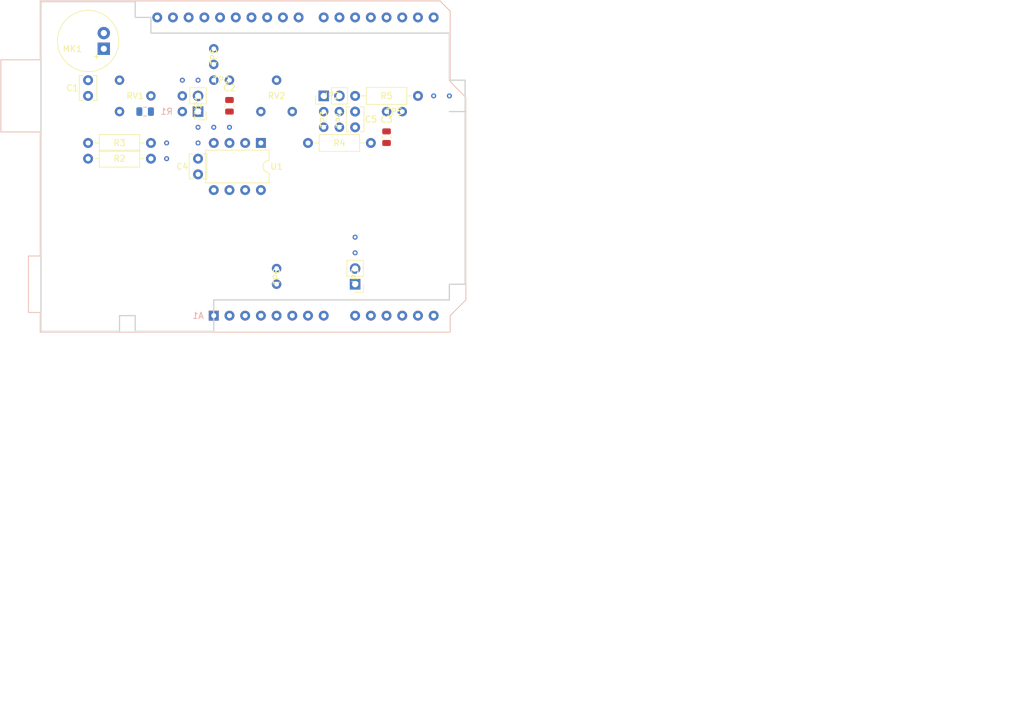
<source format=kicad_pcb>
(kicad_pcb (version 20171130) (host pcbnew "(5.1.4-0-10_14)")

  (general
    (thickness 1.6)
    (drawings 28)
    (tracks 169)
    (zones 0)
    (modules 25)
    (nets 40)
  )

  (page A4)
  (layers
    (0 F.Solder signal)
    (1 B.Solder signal)
    (2 F.Wire signal)
    (31 B.Wire signal)
    (32 B.Adhes user)
    (33 F.Adhes user)
    (34 B.Paste user)
    (35 F.Paste user)
    (36 B.SilkS user)
    (37 F.SilkS user)
    (38 B.Mask user)
    (39 F.Mask user)
    (40 Dwgs.User user)
    (41 Cmts.User user)
    (42 Eco1.User user)
    (43 Eco2.User user)
    (44 Edge.Cuts user)
    (45 Margin user)
    (46 B.CrtYd user)
    (47 F.CrtYd user)
    (48 B.Fab user hide)
    (49 F.Fab user hide)
  )

  (setup
    (last_trace_width 0.25)
    (trace_clearance 0.2)
    (zone_clearance 0.508)
    (zone_45_only no)
    (trace_min 0.2)
    (via_size 0.8)
    (via_drill 0.4)
    (via_min_size 0.4)
    (via_min_drill 0.3)
    (uvia_size 0.3)
    (uvia_drill 0.1)
    (uvias_allowed no)
    (uvia_min_size 0.2)
    (uvia_min_drill 0.1)
    (edge_width 0.15)
    (segment_width 0.2)
    (pcb_text_width 0.3)
    (pcb_text_size 1.5 1.5)
    (mod_edge_width 0.15)
    (mod_text_size 1 1)
    (mod_text_width 0.15)
    (pad_size 1.524 1.524)
    (pad_drill 0.762)
    (pad_to_mask_clearance 0.051)
    (solder_mask_min_width 0.25)
    (aux_axis_origin 0 0)
    (visible_elements FFFFFF7F)
    (pcbplotparams
      (layerselection 0x010fc_ffffffff)
      (usegerberextensions false)
      (usegerberattributes false)
      (usegerberadvancedattributes false)
      (creategerberjobfile false)
      (excludeedgelayer true)
      (linewidth 0.100000)
      (plotframeref false)
      (viasonmask false)
      (mode 1)
      (useauxorigin false)
      (hpglpennumber 1)
      (hpglpenspeed 20)
      (hpglpendiameter 15.000000)
      (psnegative false)
      (psa4output false)
      (plotreference true)
      (plotvalue true)
      (plotinvisibletext false)
      (padsonsilk false)
      (subtractmaskfromsilk false)
      (outputformat 1)
      (mirror false)
      (drillshape 1)
      (scaleselection 1)
      (outputdirectory ""))
  )

  (net 0 "")
  (net 1 "Net-(A1-Pad32)")
  (net 2 "Net-(A1-Pad31)")
  (net 3 "Net-(A1-Pad1)")
  (net 4 "Net-(A1-Pad17)")
  (net 5 "Net-(A1-Pad2)")
  (net 6 "Net-(A1-Pad18)")
  (net 7 "Net-(A1-Pad3)")
  (net 8 "Net-(A1-Pad19)")
  (net 9 "Net-(A1-Pad20)")
  (net 10 +5V)
  (net 11 "Net-(A1-Pad21)")
  (net 12 GND)
  (net 13 "Net-(A1-Pad22)")
  (net 14 "Net-(A1-Pad23)")
  (net 15 "Net-(A1-Pad8)")
  (net 16 "Net-(A1-Pad24)")
  (net 17 "Net-(A1-Pad9)")
  (net 18 "Net-(A1-Pad25)")
  (net 19 "Net-(A1-Pad10)")
  (net 20 "Net-(A1-Pad26)")
  (net 21 "Net-(A1-Pad11)")
  (net 22 "Net-(A1-Pad27)")
  (net 23 "Net-(A1-Pad12)")
  (net 24 "Net-(A1-Pad28)")
  (net 25 "Net-(A1-Pad13)")
  (net 26 "Net-(A1-Pad14)")
  (net 27 "Net-(A1-Pad30)")
  (net 28 "Net-(A1-Pad15)")
  (net 29 "Net-(A1-Pad16)")
  (net 30 "Net-(C3-Pad2)")
  (net 31 /Filtered_Audio)
  (net 32 "Net-(JP1-Pad1)")
  (net 33 "Net-(JP2-Pad2)")
  (net 34 "Net-(JP2-Pad1)")
  (net 35 "Net-(C2-Pad2)")
  (net 36 "Net-(C2-Pad1)")
  (net 37 "Net-(R4-Pad2)")
  (net 38 "Net-(A1-Pad4)")
  (net 39 "Net-(R1-Pad2)")

  (net_class Default "This is the default net class."
    (clearance 0.2)
    (trace_width 0.25)
    (via_dia 0.8)
    (via_drill 0.4)
    (uvia_dia 0.3)
    (uvia_drill 0.1)
    (add_net +5V)
    (add_net /Filtered_Audio)
    (add_net GND)
    (add_net "Net-(A1-Pad1)")
    (add_net "Net-(A1-Pad10)")
    (add_net "Net-(A1-Pad11)")
    (add_net "Net-(A1-Pad12)")
    (add_net "Net-(A1-Pad13)")
    (add_net "Net-(A1-Pad14)")
    (add_net "Net-(A1-Pad15)")
    (add_net "Net-(A1-Pad16)")
    (add_net "Net-(A1-Pad17)")
    (add_net "Net-(A1-Pad18)")
    (add_net "Net-(A1-Pad19)")
    (add_net "Net-(A1-Pad2)")
    (add_net "Net-(A1-Pad20)")
    (add_net "Net-(A1-Pad21)")
    (add_net "Net-(A1-Pad22)")
    (add_net "Net-(A1-Pad23)")
    (add_net "Net-(A1-Pad24)")
    (add_net "Net-(A1-Pad25)")
    (add_net "Net-(A1-Pad26)")
    (add_net "Net-(A1-Pad27)")
    (add_net "Net-(A1-Pad28)")
    (add_net "Net-(A1-Pad3)")
    (add_net "Net-(A1-Pad30)")
    (add_net "Net-(A1-Pad31)")
    (add_net "Net-(A1-Pad32)")
    (add_net "Net-(A1-Pad4)")
    (add_net "Net-(A1-Pad8)")
    (add_net "Net-(A1-Pad9)")
    (add_net "Net-(C2-Pad1)")
    (add_net "Net-(C2-Pad2)")
    (add_net "Net-(C3-Pad2)")
    (add_net "Net-(JP1-Pad1)")
    (add_net "Net-(JP2-Pad1)")
    (add_net "Net-(JP2-Pad2)")
    (add_net "Net-(R1-Pad2)")
    (add_net "Net-(R4-Pad2)")
  )

  (module ECE3400:Arduino_UNO_R3 (layer B.Wire) (tedit 5D8CE35F) (tstamp 5E130788)
    (at 139.7 129.54)
    (path /5D98C8A2)
    (fp_text reference A1 (at -2.54 0 -180) (layer B.SilkS)
      (effects (font (size 1 1) (thickness 0.15)) (justify mirror))
    )
    (fp_text value Arduino_UNO_R3 (at 0 -22.86) (layer B.Fab)
      (effects (font (size 1 1) (thickness 0.15)) (justify mirror))
    )
    (fp_text user %R (at 0 -20.32 -180) (layer B.Fab)
      (effects (font (size 1 1) (thickness 0.15)) (justify mirror))
    )
    (fp_line (start 38.35 2.79) (end 38.35 0) (layer B.CrtYd) (width 0.05))
    (fp_line (start 38.35 0) (end 40.89 -2.54) (layer B.CrtYd) (width 0.05))
    (fp_line (start 40.89 -2.54) (end 40.89 -35.31) (layer B.CrtYd) (width 0.05))
    (fp_line (start 40.89 -35.31) (end 38.35 -37.85) (layer B.CrtYd) (width 0.05))
    (fp_line (start 38.35 -37.85) (end 38.35 -49.28) (layer B.CrtYd) (width 0.05))
    (fp_line (start 38.35 -49.28) (end 36.58 -51.05) (layer B.CrtYd) (width 0.05))
    (fp_line (start 36.58 -51.05) (end -28.19 -51.05) (layer B.CrtYd) (width 0.05))
    (fp_line (start -28.19 -51.05) (end -28.19 -41.53) (layer B.CrtYd) (width 0.05))
    (fp_line (start -28.19 -41.53) (end -34.54 -41.53) (layer B.CrtYd) (width 0.05))
    (fp_line (start -34.54 -41.53) (end -34.54 -29.59) (layer B.CrtYd) (width 0.05))
    (fp_line (start -34.54 -29.59) (end -28.19 -29.59) (layer B.CrtYd) (width 0.05))
    (fp_line (start -28.19 -29.59) (end -28.19 -9.78) (layer B.CrtYd) (width 0.05))
    (fp_line (start -28.19 -9.78) (end -30.1 -9.78) (layer B.CrtYd) (width 0.05))
    (fp_line (start -30.1 -9.78) (end -30.1 -0.38) (layer B.CrtYd) (width 0.05))
    (fp_line (start -30.1 -0.38) (end -28.19 -0.38) (layer B.CrtYd) (width 0.05))
    (fp_line (start -28.19 -0.38) (end -28.19 2.79) (layer B.CrtYd) (width 0.05))
    (fp_line (start -28.19 2.79) (end 38.35 2.79) (layer B.CrtYd) (width 0.05))
    (fp_line (start 40.77 -35.31) (end 40.77 -2.54) (layer B.SilkS) (width 0.12))
    (fp_line (start 40.77 -2.54) (end 38.23 0) (layer B.SilkS) (width 0.12))
    (fp_line (start 38.23 0) (end 38.23 2.67) (layer B.SilkS) (width 0.12))
    (fp_line (start 38.23 2.67) (end -28.07 2.67) (layer B.SilkS) (width 0.12))
    (fp_line (start -28.07 2.67) (end -28.07 -0.51) (layer B.SilkS) (width 0.12))
    (fp_line (start -28.07 -0.51) (end -29.97 -0.51) (layer B.SilkS) (width 0.12))
    (fp_line (start -29.97 -0.51) (end -29.97 -9.65) (layer B.SilkS) (width 0.12))
    (fp_line (start -29.97 -9.65) (end -28.07 -9.65) (layer B.SilkS) (width 0.12))
    (fp_line (start -28.07 -9.65) (end -28.07 -29.72) (layer B.SilkS) (width 0.12))
    (fp_line (start -28.07 -29.72) (end -34.42 -29.72) (layer B.SilkS) (width 0.12))
    (fp_line (start -34.42 -29.72) (end -34.42 -41.4) (layer B.SilkS) (width 0.12))
    (fp_line (start -34.42 -41.4) (end -28.07 -41.4) (layer B.SilkS) (width 0.12))
    (fp_line (start -28.07 -41.4) (end -28.07 -50.93) (layer B.SilkS) (width 0.12))
    (fp_line (start -28.07 -50.93) (end 36.58 -50.93) (layer B.SilkS) (width 0.12))
    (fp_line (start 36.58 -50.93) (end 38.23 -49.28) (layer B.SilkS) (width 0.12))
    (fp_line (start 38.23 -49.28) (end 38.23 -37.85) (layer B.SilkS) (width 0.12))
    (fp_line (start 38.23 -37.85) (end 40.77 -35.31) (layer B.SilkS) (width 0.12))
    (fp_line (start -34.29 -29.84) (end -18.41 -29.84) (layer B.Fab) (width 0.1))
    (fp_line (start -18.41 -29.84) (end -18.41 -41.27) (layer B.Fab) (width 0.1))
    (fp_line (start -18.41 -41.27) (end -34.29 -41.27) (layer B.Fab) (width 0.1))
    (fp_line (start -34.29 -41.27) (end -34.29 -29.84) (layer B.Fab) (width 0.1))
    (fp_line (start -29.84 -0.64) (end -16.51 -0.64) (layer B.Fab) (width 0.1))
    (fp_line (start -16.51 -0.64) (end -16.51 -9.53) (layer B.Fab) (width 0.1))
    (fp_line (start -16.51 -9.53) (end -29.84 -9.53) (layer B.Fab) (width 0.1))
    (fp_line (start -29.84 -9.53) (end -29.84 -0.64) (layer B.Fab) (width 0.1))
    (fp_line (start 38.1 -37.85) (end 38.1 -49.28) (layer B.Fab) (width 0.1))
    (fp_line (start 40.64 -2.54) (end 40.64 -35.31) (layer B.Fab) (width 0.1))
    (fp_line (start 40.64 -35.31) (end 38.1 -37.85) (layer B.Fab) (width 0.1))
    (fp_line (start 38.1 2.54) (end 38.1 0) (layer B.Fab) (width 0.1))
    (fp_line (start 38.1 0) (end 40.64 -2.54) (layer B.Fab) (width 0.1))
    (fp_line (start 38.1 -49.28) (end 36.58 -50.8) (layer B.Fab) (width 0.1))
    (fp_line (start 36.58 -50.8) (end -27.94 -50.8) (layer B.Fab) (width 0.1))
    (fp_line (start -27.94 -50.8) (end -27.94 2.54) (layer B.Fab) (width 0.1))
    (fp_line (start -27.94 2.54) (end 38.1 2.54) (layer B.Fab) (width 0.1))
    (pad 32 thru_hole oval (at -9.14 -48.26 270) (size 1.6 1.6) (drill 0.8) (layers *.Cu *.Mask)
      (net 1 "Net-(A1-Pad32)"))
    (pad 31 thru_hole oval (at -6.6 -48.26 270) (size 1.6 1.6) (drill 0.8) (layers *.Cu *.Mask)
      (net 2 "Net-(A1-Pad31)"))
    (pad 1 thru_hole rect (at 0 0 270) (size 1.6 1.6) (drill 0.8) (layers *.Cu *.Mask)
      (net 3 "Net-(A1-Pad1)"))
    (pad 17 thru_hole oval (at 30.48 -48.26 270) (size 1.6 1.6) (drill 0.8) (layers *.Cu *.Mask)
      (net 4 "Net-(A1-Pad17)"))
    (pad 2 thru_hole oval (at 2.54 0 270) (size 1.6 1.6) (drill 0.8) (layers *.Cu *.Mask)
      (net 5 "Net-(A1-Pad2)"))
    (pad 18 thru_hole oval (at 27.94 -48.26 270) (size 1.6 1.6) (drill 0.8) (layers *.Cu *.Mask)
      (net 6 "Net-(A1-Pad18)"))
    (pad 3 thru_hole oval (at 5.08 0 270) (size 1.6 1.6) (drill 0.8) (layers *.Cu *.Mask)
      (net 7 "Net-(A1-Pad3)"))
    (pad 19 thru_hole oval (at 25.4 -48.26 270) (size 1.6 1.6) (drill 0.8) (layers *.Cu *.Mask)
      (net 8 "Net-(A1-Pad19)"))
    (pad 4 thru_hole oval (at 7.62 0 270) (size 1.6 1.6) (drill 0.8) (layers *.Cu *.Mask)
      (net 38 "Net-(A1-Pad4)"))
    (pad 20 thru_hole oval (at 22.86 -48.26 270) (size 1.6 1.6) (drill 0.8) (layers *.Cu *.Mask)
      (net 9 "Net-(A1-Pad20)"))
    (pad 5 thru_hole oval (at 10.16 0 270) (size 1.6 1.6) (drill 0.8) (layers *.Cu *.Mask)
      (net 10 +5V))
    (pad 21 thru_hole oval (at 20.32 -48.26 270) (size 1.6 1.6) (drill 0.8) (layers *.Cu *.Mask)
      (net 11 "Net-(A1-Pad21)"))
    (pad 6 thru_hole oval (at 12.7 0 270) (size 1.6 1.6) (drill 0.8) (layers *.Cu *.Mask)
      (net 12 GND))
    (pad 22 thru_hole oval (at 17.78 -48.26 270) (size 1.6 1.6) (drill 0.8) (layers *.Cu *.Mask)
      (net 13 "Net-(A1-Pad22)"))
    (pad 7 thru_hole oval (at 15.24 0 270) (size 1.6 1.6) (drill 0.8) (layers *.Cu *.Mask)
      (net 12 GND))
    (pad 23 thru_hole oval (at 13.72 -48.26 270) (size 1.6 1.6) (drill 0.8) (layers *.Cu *.Mask)
      (net 14 "Net-(A1-Pad23)"))
    (pad 8 thru_hole oval (at 17.78 0 270) (size 1.6 1.6) (drill 0.8) (layers *.Cu *.Mask)
      (net 15 "Net-(A1-Pad8)"))
    (pad 24 thru_hole oval (at 11.18 -48.26 270) (size 1.6 1.6) (drill 0.8) (layers *.Cu *.Mask)
      (net 16 "Net-(A1-Pad24)"))
    (pad 9 thru_hole oval (at 22.86 0 270) (size 1.6 1.6) (drill 0.8) (layers *.Cu *.Mask)
      (net 17 "Net-(A1-Pad9)"))
    (pad 25 thru_hole oval (at 8.64 -48.26 270) (size 1.6 1.6) (drill 0.8) (layers *.Cu *.Mask)
      (net 18 "Net-(A1-Pad25)"))
    (pad 10 thru_hole oval (at 25.4 0 270) (size 1.6 1.6) (drill 0.8) (layers *.Cu *.Mask)
      (net 19 "Net-(A1-Pad10)"))
    (pad 26 thru_hole oval (at 6.1 -48.26 270) (size 1.6 1.6) (drill 0.8) (layers *.Cu *.Mask)
      (net 20 "Net-(A1-Pad26)"))
    (pad 11 thru_hole oval (at 27.94 0 270) (size 1.6 1.6) (drill 0.8) (layers *.Cu *.Mask)
      (net 21 "Net-(A1-Pad11)"))
    (pad 27 thru_hole oval (at 3.56 -48.26 270) (size 1.6 1.6) (drill 0.8) (layers *.Cu *.Mask)
      (net 22 "Net-(A1-Pad27)"))
    (pad 12 thru_hole oval (at 30.48 0 270) (size 1.6 1.6) (drill 0.8) (layers *.Cu *.Mask)
      (net 23 "Net-(A1-Pad12)"))
    (pad 28 thru_hole oval (at 1.02 -48.26 270) (size 1.6 1.6) (drill 0.8) (layers *.Cu *.Mask)
      (net 24 "Net-(A1-Pad28)"))
    (pad 13 thru_hole oval (at 33.02 0 270) (size 1.6 1.6) (drill 0.8) (layers *.Cu *.Mask)
      (net 25 "Net-(A1-Pad13)"))
    (pad 29 thru_hole oval (at -1.52 -48.26 270) (size 1.6 1.6) (drill 0.8) (layers *.Cu *.Mask)
      (net 12 GND))
    (pad 14 thru_hole oval (at 35.56 0 270) (size 1.6 1.6) (drill 0.8) (layers *.Cu *.Mask)
      (net 26 "Net-(A1-Pad14)"))
    (pad 30 thru_hole oval (at -4.06 -48.26 270) (size 1.6 1.6) (drill 0.8) (layers *.Cu *.Mask)
      (net 27 "Net-(A1-Pad30)"))
    (pad 15 thru_hole oval (at 35.56 -48.26 270) (size 1.6 1.6) (drill 0.8) (layers *.Cu *.Mask)
      (net 28 "Net-(A1-Pad15)"))
    (pad 16 thru_hole oval (at 33.02 -48.26 270) (size 1.6 1.6) (drill 0.8) (layers *.Cu *.Mask)
      (net 29 "Net-(A1-Pad16)"))
    (model ${KISYS3DMOD}/Module.3dshapes/Arduino_UNO_R3.wrl
      (at (xyz 0 0 0))
      (scale (xyz 1 1 1))
      (rotate (xyz 0 0 0))
    )
  )

  (module ECE3400:C_Ceramic (layer F.Solder) (tedit 5D8D0682) (tstamp 5D9CAF21)
    (at 119.38 91.44 270)
    (path /5DAB8913)
    (fp_text reference C1 (at 1.27 2.54) (layer F.SilkS)
      (effects (font (size 1 1) (thickness 0.15)))
    )
    (fp_text value 0.1uF (at 1.25 2.55 270) (layer F.Fab)
      (effects (font (size 1 1) (thickness 0.15)))
    )
    (fp_line (start -0.65 -1.3) (end -0.65 1.3) (layer F.Fab) (width 0.1))
    (fp_line (start -0.65 1.3) (end 3.15 1.3) (layer F.Fab) (width 0.1))
    (fp_line (start 3.15 1.3) (end 3.15 -1.3) (layer F.Fab) (width 0.1))
    (fp_line (start 3.15 -1.3) (end -0.65 -1.3) (layer F.Fab) (width 0.1))
    (fp_line (start -0.77 -1.42) (end 3.27 -1.42) (layer F.SilkS) (width 0.12))
    (fp_line (start -0.77 1.42) (end 3.27 1.42) (layer F.SilkS) (width 0.12))
    (fp_line (start -0.77 -1.42) (end -0.77 -0.795) (layer F.SilkS) (width 0.12))
    (fp_line (start -0.77 0.795) (end -0.77 1.42) (layer F.SilkS) (width 0.12))
    (fp_line (start 3.27 -1.42) (end 3.27 -0.795) (layer F.SilkS) (width 0.12))
    (fp_line (start 3.27 0.795) (end 3.27 1.42) (layer F.SilkS) (width 0.12))
    (fp_line (start -1.05 -1.55) (end -1.05 1.55) (layer F.CrtYd) (width 0.05))
    (fp_line (start -1.05 1.55) (end 3.55 1.55) (layer F.CrtYd) (width 0.05))
    (fp_line (start 3.55 1.55) (end 3.55 -1.55) (layer F.CrtYd) (width 0.05))
    (fp_line (start 3.55 -1.55) (end -1.05 -1.55) (layer F.CrtYd) (width 0.05))
    (fp_text user %R (at 1.25 0 270) (layer F.Fab)
      (effects (font (size 0.76 0.76) (thickness 0.114)))
    )
    (pad 1 thru_hole circle (at 0 0 270) (size 1.6 1.6) (drill 0.8) (layers *.Cu *.Mask)
      (net 12 GND))
    (pad 2 thru_hole circle (at 2.54 0 270) (size 1.6 1.6) (drill 0.8) (layers *.Cu *.Mask)
      (net 10 +5V))
    (model ${KISYS3DMOD}/Capacitor_THT.3dshapes/C_Disc_D3.8mm_W2.6mm_P2.50mm.wrl
      (at (xyz 0 0 0))
      (scale (xyz 1 1 1))
      (rotate (xyz 0 0 0))
    )
  )

  (module ECE3400:C_Ceramic (layer F.Solder) (tedit 5D8D0682) (tstamp 5D9CB00E)
    (at 137.16 104.14 270)
    (path /5D846B04)
    (fp_text reference C4 (at 1.27 2.54) (layer F.SilkS)
      (effects (font (size 1 1) (thickness 0.15)))
    )
    (fp_text value 0.1uF (at 1.25 2.55 270) (layer F.Fab)
      (effects (font (size 1 1) (thickness 0.15)))
    )
    (fp_line (start -0.65 -1.3) (end -0.65 1.3) (layer F.Fab) (width 0.1))
    (fp_line (start -0.65 1.3) (end 3.15 1.3) (layer F.Fab) (width 0.1))
    (fp_line (start 3.15 1.3) (end 3.15 -1.3) (layer F.Fab) (width 0.1))
    (fp_line (start 3.15 -1.3) (end -0.65 -1.3) (layer F.Fab) (width 0.1))
    (fp_line (start -0.77 -1.42) (end 3.27 -1.42) (layer F.SilkS) (width 0.12))
    (fp_line (start -0.77 1.42) (end 3.27 1.42) (layer F.SilkS) (width 0.12))
    (fp_line (start -0.77 -1.42) (end -0.77 -0.795) (layer F.SilkS) (width 0.12))
    (fp_line (start -0.77 0.795) (end -0.77 1.42) (layer F.SilkS) (width 0.12))
    (fp_line (start 3.27 -1.42) (end 3.27 -0.795) (layer F.SilkS) (width 0.12))
    (fp_line (start 3.27 0.795) (end 3.27 1.42) (layer F.SilkS) (width 0.12))
    (fp_line (start -1.05 -1.55) (end -1.05 1.55) (layer F.CrtYd) (width 0.05))
    (fp_line (start -1.05 1.55) (end 3.55 1.55) (layer F.CrtYd) (width 0.05))
    (fp_line (start 3.55 1.55) (end 3.55 -1.55) (layer F.CrtYd) (width 0.05))
    (fp_line (start 3.55 -1.55) (end -1.05 -1.55) (layer F.CrtYd) (width 0.05))
    (fp_text user %R (at 1.25 0 270) (layer F.Fab)
      (effects (font (size 0.76 0.76) (thickness 0.114)))
    )
    (pad 1 thru_hole circle (at 0 0 270) (size 1.6 1.6) (drill 0.8) (layers *.Cu *.Mask)
      (net 12 GND))
    (pad 2 thru_hole circle (at 2.54 0 270) (size 1.6 1.6) (drill 0.8) (layers *.Cu *.Mask)
      (net 10 +5V))
    (model ${KISYS3DMOD}/Capacitor_THT.3dshapes/C_Disc_D3.8mm_W2.6mm_P2.50mm.wrl
      (at (xyz 0 0 0))
      (scale (xyz 1 1 1))
      (rotate (xyz 0 0 0))
    )
  )

  (module ECE3400:C_Ceramic (layer F.Solder) (tedit 5D8D0682) (tstamp 5D9CB023)
    (at 162.56 96.52 270)
    (path /5D84B31B)
    (fp_text reference C5 (at 1.25 -2.55) (layer F.SilkS)
      (effects (font (size 1 1) (thickness 0.15)))
    )
    (fp_text value 10nF (at 1.25 2.55 270) (layer F.Fab)
      (effects (font (size 1 1) (thickness 0.15)))
    )
    (fp_text user %R (at 1.25 0 270) (layer F.Fab)
      (effects (font (size 0.76 0.76) (thickness 0.114)))
    )
    (fp_line (start 3.55 -1.55) (end -1.05 -1.55) (layer F.CrtYd) (width 0.05))
    (fp_line (start 3.55 1.55) (end 3.55 -1.55) (layer F.CrtYd) (width 0.05))
    (fp_line (start -1.05 1.55) (end 3.55 1.55) (layer F.CrtYd) (width 0.05))
    (fp_line (start -1.05 -1.55) (end -1.05 1.55) (layer F.CrtYd) (width 0.05))
    (fp_line (start 3.27 0.795) (end 3.27 1.42) (layer F.SilkS) (width 0.12))
    (fp_line (start 3.27 -1.42) (end 3.27 -0.795) (layer F.SilkS) (width 0.12))
    (fp_line (start -0.77 0.795) (end -0.77 1.42) (layer F.SilkS) (width 0.12))
    (fp_line (start -0.77 -1.42) (end -0.77 -0.795) (layer F.SilkS) (width 0.12))
    (fp_line (start -0.77 1.42) (end 3.27 1.42) (layer F.SilkS) (width 0.12))
    (fp_line (start -0.77 -1.42) (end 3.27 -1.42) (layer F.SilkS) (width 0.12))
    (fp_line (start 3.15 -1.3) (end -0.65 -1.3) (layer F.Fab) (width 0.1))
    (fp_line (start 3.15 1.3) (end 3.15 -1.3) (layer F.Fab) (width 0.1))
    (fp_line (start -0.65 1.3) (end 3.15 1.3) (layer F.Fab) (width 0.1))
    (fp_line (start -0.65 -1.3) (end -0.65 1.3) (layer F.Fab) (width 0.1))
    (pad 2 thru_hole circle (at 2.54 0 270) (size 1.6 1.6) (drill 0.8) (layers *.Cu *.Mask)
      (net 12 GND))
    (pad 1 thru_hole circle (at 0 0 270) (size 1.6 1.6) (drill 0.8) (layers *.Cu *.Mask)
      (net 31 /Filtered_Audio))
    (model ${KISYS3DMOD}/Capacitor_THT.3dshapes/C_Disc_D3.8mm_W2.6mm_P2.50mm.wrl
      (at (xyz 0 0 0))
      (scale (xyz 1 1 1))
      (rotate (xyz 0 0 0))
    )
  )

  (module ECE3400:Jumper (layer F.Solder) (tedit 5D88F95F) (tstamp 5D9CB039)
    (at 137.16 96.52 180)
    (path /5DABF1C0)
    (fp_text reference JP1 (at 0 1.27 270) (layer F.SilkS)
      (effects (font (size 1 1) (thickness 0.15)))
    )
    (fp_text value Jumper (at 0 4.87 180) (layer F.Fab)
      (effects (font (size 1 1) (thickness 0.15)))
    )
    (fp_line (start -0.635 -1.27) (end 1.27 -1.27) (layer F.Fab) (width 0.1))
    (fp_line (start 1.27 -1.27) (end 1.27 3.81) (layer F.Fab) (width 0.1))
    (fp_line (start 1.27 3.81) (end -1.27 3.81) (layer F.Fab) (width 0.1))
    (fp_line (start -1.27 3.81) (end -1.27 -0.635) (layer F.Fab) (width 0.1))
    (fp_line (start -1.27 -0.635) (end -0.635 -1.27) (layer F.Fab) (width 0.1))
    (fp_line (start -1.33 3.87) (end 1.33 3.87) (layer F.SilkS) (width 0.12))
    (fp_line (start -1.33 1.27) (end -1.33 3.87) (layer F.SilkS) (width 0.12))
    (fp_line (start 1.33 1.27) (end 1.33 3.87) (layer F.SilkS) (width 0.12))
    (fp_line (start -1.33 1.27) (end 1.33 1.27) (layer F.SilkS) (width 0.12))
    (fp_line (start -1.33 0) (end -1.33 -1.33) (layer F.SilkS) (width 0.12))
    (fp_line (start -1.33 -1.33) (end 0 -1.33) (layer F.SilkS) (width 0.12))
    (fp_line (start -1.8 -1.8) (end -1.8 4.35) (layer F.CrtYd) (width 0.05))
    (fp_line (start -1.8 4.35) (end 1.8 4.35) (layer F.CrtYd) (width 0.05))
    (fp_line (start 1.8 4.35) (end 1.8 -1.8) (layer F.CrtYd) (width 0.05))
    (fp_line (start 1.8 -1.8) (end -1.8 -1.8) (layer F.CrtYd) (width 0.05))
    (fp_text user %R (at 0 1.27 270) (layer F.Fab)
      (effects (font (size 1 1) (thickness 0.15)))
    )
    (pad 1 thru_hole rect (at 0 0 180) (size 1.7 1.7) (drill 1) (layers *.Cu *.Mask)
      (net 32 "Net-(JP1-Pad1)"))
    (pad 2 thru_hole oval (at 0 2.54 180) (size 1.7 1.7) (drill 1) (layers *.Cu *.Mask)
      (net 36 "Net-(C2-Pad1)"))
    (model ${KISYS3DMOD}/Connector_PinHeader_2.54mm.3dshapes/PinHeader_1x02_P2.54mm_Vertical.wrl
      (at (xyz 0 0 0))
      (scale (xyz 1 1 1))
      (rotate (xyz 0 0 0))
    )
  )

  (module ECE3400:Jumper (layer F.Solder) (tedit 5D88F95F) (tstamp 5D9CB04F)
    (at 157.48 93.98 90)
    (path /5DAD1557)
    (fp_text reference JP2 (at 0 1.27 180) (layer F.SilkS)
      (effects (font (size 1 1) (thickness 0.15)))
    )
    (fp_text value Jumper (at 0 4.87 90) (layer F.Fab)
      (effects (font (size 1 1) (thickness 0.15)))
    )
    (fp_text user %R (at 0 1.27 180) (layer F.Fab)
      (effects (font (size 1 1) (thickness 0.15)))
    )
    (fp_line (start 1.8 -1.8) (end -1.8 -1.8) (layer F.CrtYd) (width 0.05))
    (fp_line (start 1.8 4.35) (end 1.8 -1.8) (layer F.CrtYd) (width 0.05))
    (fp_line (start -1.8 4.35) (end 1.8 4.35) (layer F.CrtYd) (width 0.05))
    (fp_line (start -1.8 -1.8) (end -1.8 4.35) (layer F.CrtYd) (width 0.05))
    (fp_line (start -1.33 -1.33) (end 0 -1.33) (layer F.SilkS) (width 0.12))
    (fp_line (start -1.33 0) (end -1.33 -1.33) (layer F.SilkS) (width 0.12))
    (fp_line (start -1.33 1.27) (end 1.33 1.27) (layer F.SilkS) (width 0.12))
    (fp_line (start 1.33 1.27) (end 1.33 3.87) (layer F.SilkS) (width 0.12))
    (fp_line (start -1.33 1.27) (end -1.33 3.87) (layer F.SilkS) (width 0.12))
    (fp_line (start -1.33 3.87) (end 1.33 3.87) (layer F.SilkS) (width 0.12))
    (fp_line (start -1.27 -0.635) (end -0.635 -1.27) (layer F.Fab) (width 0.1))
    (fp_line (start -1.27 3.81) (end -1.27 -0.635) (layer F.Fab) (width 0.1))
    (fp_line (start 1.27 3.81) (end -1.27 3.81) (layer F.Fab) (width 0.1))
    (fp_line (start 1.27 -1.27) (end 1.27 3.81) (layer F.Fab) (width 0.1))
    (fp_line (start -0.635 -1.27) (end 1.27 -1.27) (layer F.Fab) (width 0.1))
    (pad 2 thru_hole oval (at 0 2.54 90) (size 1.7 1.7) (drill 1) (layers *.Cu *.Mask)
      (net 33 "Net-(JP2-Pad2)"))
    (pad 1 thru_hole rect (at 0 0 90) (size 1.7 1.7) (drill 1) (layers *.Cu *.Mask)
      (net 34 "Net-(JP2-Pad1)"))
    (model ${KISYS3DMOD}/Connector_PinHeader_2.54mm.3dshapes/PinHeader_1x02_P2.54mm_Vertical.wrl
      (at (xyz 0 0 0))
      (scale (xyz 1 1 1))
      (rotate (xyz 0 0 0))
    )
  )

  (module ECE3400:Jumper (layer F.Solder) (tedit 5D88F95F) (tstamp 5D9CB065)
    (at 162.56 124.46 180)
    (path /5DADC697)
    (fp_text reference JP3 (at 0 1.27 270) (layer F.SilkS)
      (effects (font (size 1 1) (thickness 0.15)))
    )
    (fp_text value Jumper (at 0 4.87 180) (layer F.Fab)
      (effects (font (size 1 1) (thickness 0.15)))
    )
    (fp_line (start -0.635 -1.27) (end 1.27 -1.27) (layer F.Fab) (width 0.1))
    (fp_line (start 1.27 -1.27) (end 1.27 3.81) (layer F.Fab) (width 0.1))
    (fp_line (start 1.27 3.81) (end -1.27 3.81) (layer F.Fab) (width 0.1))
    (fp_line (start -1.27 3.81) (end -1.27 -0.635) (layer F.Fab) (width 0.1))
    (fp_line (start -1.27 -0.635) (end -0.635 -1.27) (layer F.Fab) (width 0.1))
    (fp_line (start -1.33 3.87) (end 1.33 3.87) (layer F.SilkS) (width 0.12))
    (fp_line (start -1.33 1.27) (end -1.33 3.87) (layer F.SilkS) (width 0.12))
    (fp_line (start 1.33 1.27) (end 1.33 3.87) (layer F.SilkS) (width 0.12))
    (fp_line (start -1.33 1.27) (end 1.33 1.27) (layer F.SilkS) (width 0.12))
    (fp_line (start -1.33 0) (end -1.33 -1.33) (layer F.SilkS) (width 0.12))
    (fp_line (start -1.33 -1.33) (end 0 -1.33) (layer F.SilkS) (width 0.12))
    (fp_line (start -1.8 -1.8) (end -1.8 4.35) (layer F.CrtYd) (width 0.05))
    (fp_line (start -1.8 4.35) (end 1.8 4.35) (layer F.CrtYd) (width 0.05))
    (fp_line (start 1.8 4.35) (end 1.8 -1.8) (layer F.CrtYd) (width 0.05))
    (fp_line (start 1.8 -1.8) (end -1.8 -1.8) (layer F.CrtYd) (width 0.05))
    (fp_text user %R (at 0 1.27 270) (layer F.Fab)
      (effects (font (size 1 1) (thickness 0.15)))
    )
    (pad 1 thru_hole rect (at 0 0 180) (size 1.7 1.7) (drill 1) (layers *.Cu *.Mask)
      (net 17 "Net-(A1-Pad9)"))
    (pad 2 thru_hole oval (at 0 2.54 180) (size 1.7 1.7) (drill 1) (layers *.Cu *.Mask)
      (net 31 /Filtered_Audio))
    (model ${KISYS3DMOD}/Connector_PinHeader_2.54mm.3dshapes/PinHeader_1x02_P2.54mm_Vertical.wrl
      (at (xyz 0 0 0))
      (scale (xyz 1 1 1))
      (rotate (xyz 0 0 0))
    )
  )

  (module ECE3400:Trimmer (layer F.Solder) (tedit 5D8905F8) (tstamp 5D9CB0C1)
    (at 124.46 93.98)
    (path /5D9CB051)
    (fp_text reference RV1 (at 2.54 0) (layer F.SilkS)
      (effects (font (size 1 1) (thickness 0.15)))
    )
    (fp_text value 10k (at 1.016 0) (layer F.Fab)
      (effects (font (size 1 1) (thickness 0.15)))
    )
    (fp_line (start 7.62 -5.08) (end -2.54 -5.08) (layer F.CrtYd) (width 0.15))
    (fp_line (start 7.62 5.08) (end 7.62 -5.08) (layer F.CrtYd) (width 0.15))
    (fp_line (start -2.54 5.08) (end 7.62 5.08) (layer F.CrtYd) (width 0.15))
    (fp_line (start -2.54 -5.08) (end -2.54 5.08) (layer F.CrtYd) (width 0.15))
    (pad 2 thru_hole circle (at 5.08 0) (size 1.524 1.524) (drill 0.762) (layers *.Cu *.Mask)
      (net 32 "Net-(JP1-Pad1)"))
    (pad 3 thru_hole circle (at 0 2.54) (size 1.524 1.524) (drill 0.762) (layers *.Cu *.Mask)
      (net 39 "Net-(R1-Pad2)"))
    (pad 1 thru_hole circle (at 0 -2.54) (size 1.524 1.524) (drill 0.762) (layers *.Cu *.Mask)
      (net 32 "Net-(JP1-Pad1)"))
  )

  (module ECE3400:Trimmer (layer F.Solder) (tedit 5D8905F8) (tstamp 5D952A77)
    (at 149.86 96.52 90)
    (path /5D840D1B)
    (fp_text reference RV2 (at 2.54 0 180) (layer F.SilkS)
      (effects (font (size 1 1) (thickness 0.15)))
    )
    (fp_text value 100k (at 1.016 0 90) (layer F.Fab)
      (effects (font (size 1 1) (thickness 0.15)))
    )
    (fp_line (start 7.62 -5.08) (end -2.54 -5.08) (layer F.CrtYd) (width 0.15))
    (fp_line (start 7.62 5.08) (end 7.62 -5.08) (layer F.CrtYd) (width 0.15))
    (fp_line (start -2.54 5.08) (end 7.62 5.08) (layer F.CrtYd) (width 0.15))
    (fp_line (start -2.54 -5.08) (end -2.54 5.08) (layer F.CrtYd) (width 0.15))
    (pad 2 thru_hole circle (at 5.08 0 90) (size 1.524 1.524) (drill 0.762) (layers *.Cu *.Mask)
      (net 37 "Net-(R4-Pad2)"))
    (pad 3 thru_hole circle (at 0 2.54 90) (size 1.524 1.524) (drill 0.762) (layers *.Cu *.Mask)
      (net 34 "Net-(JP2-Pad1)"))
    (pad 1 thru_hole circle (at 0 -2.54 90) (size 1.524 1.524) (drill 0.762) (layers *.Cu *.Mask)
      (net 37 "Net-(R4-Pad2)"))
  )

  (module ECE3400:Test_Point (layer F.Solder) (tedit 5D890682) (tstamp 5D9CB0D3)
    (at 134.62 96.52 90)
    (path /5DABEA04)
    (fp_text reference TP1 (at 0 2.54 90) (layer F.SilkS)
      (effects (font (size 1 1) (thickness 0.15)))
    )
    (fp_text value Test_Point (at 0 -2.54 90) (layer F.Fab)
      (effects (font (size 1 1) (thickness 0.15)))
    )
    (fp_line (start 0 0) (end 2.54 0) (layer F.CrtYd) (width 1.27))
    (pad 1 thru_hole circle (at 0 0 90) (size 1.524 1.524) (drill 0.762) (layers *.Cu *.Mask)
      (net 32 "Net-(JP1-Pad1)"))
    (pad 1 thru_hole circle (at 2.54 0 90) (size 1.524 1.524) (drill 0.762) (layers *.Cu *.Mask)
      (net 32 "Net-(JP1-Pad1)"))
  )

  (module ECE3400:Test_Point (layer F.Solder) (tedit 5D890682) (tstamp 5D9CB0DA)
    (at 139.7 91.44)
    (path /5DAC3875)
    (fp_text reference TP2 (at 1.27 0) (layer F.SilkS)
      (effects (font (size 1 1) (thickness 0.15)))
    )
    (fp_text value Test_Point (at 0 -2.54) (layer F.Fab)
      (effects (font (size 1 1) (thickness 0.15)))
    )
    (fp_line (start 0 0) (end 2.54 0) (layer F.CrtYd) (width 1.27))
    (pad 1 thru_hole circle (at 2.54 0) (size 1.524 1.524) (drill 0.762) (layers *.Cu *.Mask)
      (net 36 "Net-(C2-Pad1)"))
    (pad 1 thru_hole circle (at 0 0) (size 1.524 1.524) (drill 0.762) (layers *.Cu *.Mask)
      (net 36 "Net-(C2-Pad1)"))
  )

  (module ECE3400:Test_Point (layer F.Solder) (tedit 5D890682) (tstamp 5D9CB0E1)
    (at 157.48 99.06 90)
    (path /5DAD1A34)
    (fp_text reference TP3 (at 1.27 0 90) (layer F.SilkS)
      (effects (font (size 1 1) (thickness 0.15)))
    )
    (fp_text value Test_Point (at 0 -2.54 90) (layer F.Fab)
      (effects (font (size 1 1) (thickness 0.15)))
    )
    (fp_line (start 0 0) (end 2.54 0) (layer F.CrtYd) (width 1.27))
    (pad 1 thru_hole circle (at 2.54 0 90) (size 1.524 1.524) (drill 0.762) (layers *.Cu *.Mask)
      (net 34 "Net-(JP2-Pad1)"))
    (pad 1 thru_hole circle (at 0 0 90) (size 1.524 1.524) (drill 0.762) (layers *.Cu *.Mask)
      (net 34 "Net-(JP2-Pad1)"))
  )

  (module ECE3400:Test_Point (layer F.Solder) (tedit 5D890682) (tstamp 5D9CB0E8)
    (at 160.02 99.06 90)
    (path /5DAD5C1E)
    (fp_text reference TP4 (at 1.27 0 90) (layer F.SilkS)
      (effects (font (size 1 1) (thickness 0.15)))
    )
    (fp_text value Test_Point (at 0 -2.54 90) (layer F.Fab)
      (effects (font (size 1 1) (thickness 0.15)))
    )
    (fp_line (start 0 0) (end 2.54 0) (layer F.CrtYd) (width 1.27))
    (pad 1 thru_hole circle (at 0 0 90) (size 1.524 1.524) (drill 0.762) (layers *.Cu *.Mask)
      (net 33 "Net-(JP2-Pad2)"))
    (pad 1 thru_hole circle (at 2.54 0 90) (size 1.524 1.524) (drill 0.762) (layers *.Cu *.Mask)
      (net 33 "Net-(JP2-Pad2)"))
  )

  (module ECE3400:Test_Point (layer F.Solder) (tedit 5D890682) (tstamp 5D9CB0EF)
    (at 170.18 96.52 180)
    (path /5DAD8964)
    (fp_text reference TP5 (at 1.27 0 180) (layer F.SilkS)
      (effects (font (size 1 1) (thickness 0.15)))
    )
    (fp_text value Test_Point (at 0 -2.54 180) (layer F.Fab)
      (effects (font (size 1 1) (thickness 0.15)))
    )
    (fp_line (start 0 0) (end 2.54 0) (layer F.CrtYd) (width 1.27))
    (pad 1 thru_hole circle (at 2.54 0 180) (size 1.524 1.524) (drill 0.762) (layers *.Cu *.Mask)
      (net 31 /Filtered_Audio))
    (pad 1 thru_hole circle (at 0 0 180) (size 1.524 1.524) (drill 0.762) (layers *.Cu *.Mask)
      (net 31 /Filtered_Audio))
  )

  (module ECE3400:Test_Point (layer F.Solder) (tedit 5D890682) (tstamp 5D9CB0F6)
    (at 139.7 88.9 90)
    (path /5DACAFFA)
    (fp_text reference TP6 (at 1.27 0 90) (layer F.SilkS)
      (effects (font (size 1 1) (thickness 0.15)))
    )
    (fp_text value Test_Point (at 0 -2.54 90) (layer F.Fab)
      (effects (font (size 1 1) (thickness 0.15)))
    )
    (fp_line (start 0 0) (end 2.54 0) (layer F.CrtYd) (width 1.27))
    (pad 1 thru_hole circle (at 0 0 90) (size 1.524 1.524) (drill 0.762) (layers *.Cu *.Mask)
      (net 12 GND))
    (pad 1 thru_hole circle (at 2.54 0 90) (size 1.524 1.524) (drill 0.762) (layers *.Cu *.Mask)
      (net 12 GND))
  )

  (module ECE3400:Test_Point (layer F.Solder) (tedit 5D890682) (tstamp 5D9CB104)
    (at 149.86 124.46 90)
    (path /5DAC6005)
    (fp_text reference TP8 (at 1.27 0 90) (layer F.SilkS)
      (effects (font (size 1 1) (thickness 0.15)))
    )
    (fp_text value Test_Point (at 0 -2.54 90) (layer F.Fab)
      (effects (font (size 1 1) (thickness 0.15)))
    )
    (fp_line (start 0 0) (end 2.54 0) (layer F.CrtYd) (width 1.27))
    (pad 1 thru_hole circle (at 0 0 90) (size 1.524 1.524) (drill 0.762) (layers *.Cu *.Mask)
      (net 10 +5V))
    (pad 1 thru_hole circle (at 2.54 0 90) (size 1.524 1.524) (drill 0.762) (layers *.Cu *.Mask)
      (net 10 +5V))
  )

  (module ECE3400:DIP-8 (layer F.Solder) (tedit 5D8902A5) (tstamp 5D9CB120)
    (at 147.32 101.6 270)
    (path /5D979DAF)
    (fp_text reference U1 (at 3.81 -2.54) (layer F.SilkS)
      (effects (font (size 1 1) (thickness 0.15)))
    )
    (fp_text value LM6132 (at 3.81 9.95 270) (layer F.Fab)
      (effects (font (size 1 1) (thickness 0.15)))
    )
    (fp_arc (start 3.81 -1.33) (end 2.81 -1.33) (angle -180) (layer F.SilkS) (width 0.12))
    (fp_line (start 1.635 -1.27) (end 6.985 -1.27) (layer F.Fab) (width 0.1))
    (fp_line (start 6.985 -1.27) (end 6.985 8.89) (layer F.Fab) (width 0.1))
    (fp_line (start 6.985 8.89) (end 0.635 8.89) (layer F.Fab) (width 0.1))
    (fp_line (start 0.635 8.89) (end 0.635 -0.27) (layer F.Fab) (width 0.1))
    (fp_line (start 0.635 -0.27) (end 1.635 -1.27) (layer F.Fab) (width 0.1))
    (fp_line (start 2.81 -1.33) (end 1.16 -1.33) (layer F.SilkS) (width 0.12))
    (fp_line (start 1.16 -1.33) (end 1.16 8.95) (layer F.SilkS) (width 0.12))
    (fp_line (start 1.16 8.95) (end 6.46 8.95) (layer F.SilkS) (width 0.12))
    (fp_line (start 6.46 8.95) (end 6.46 -1.33) (layer F.SilkS) (width 0.12))
    (fp_line (start 6.46 -1.33) (end 4.81 -1.33) (layer F.SilkS) (width 0.12))
    (fp_line (start -1.1 -1.55) (end -1.1 9.15) (layer F.CrtYd) (width 0.05))
    (fp_line (start -1.1 9.15) (end 8.7 9.15) (layer F.CrtYd) (width 0.05))
    (fp_line (start 8.7 9.15) (end 8.7 -1.55) (layer F.CrtYd) (width 0.05))
    (fp_line (start 8.7 -1.55) (end -1.1 -1.55) (layer F.CrtYd) (width 0.05))
    (fp_text user %R (at 3.81 3.81 270) (layer F.Fab)
      (effects (font (size 1 1) (thickness 0.15)))
    )
    (pad 1 thru_hole rect (at 0 0 270) (size 1.6 1.6) (drill 0.8) (layers *.Cu *.Mask)
      (net 34 "Net-(JP2-Pad1)"))
    (pad 5 thru_hole oval (at 7.62 7.62 270) (size 1.6 1.6) (drill 0.8) (layers *.Cu *.Mask))
    (pad 2 thru_hole oval (at 0 2.54 270) (size 1.6 1.6) (drill 0.8) (layers *.Cu *.Mask)
      (net 37 "Net-(R4-Pad2)"))
    (pad 6 thru_hole oval (at 7.62 5.08 270) (size 1.6 1.6) (drill 0.8) (layers *.Cu *.Mask))
    (pad 3 thru_hole oval (at 0 5.08 270) (size 1.6 1.6) (drill 0.8) (layers *.Cu *.Mask)
      (net 35 "Net-(C2-Pad2)"))
    (pad 7 thru_hole oval (at 7.62 2.54 270) (size 1.6 1.6) (drill 0.8) (layers *.Cu *.Mask))
    (pad 4 thru_hole oval (at 0 7.62 270) (size 1.6 1.6) (drill 0.8) (layers *.Cu *.Mask)
      (net 12 GND))
    (pad 8 thru_hole oval (at 7.62 0 270) (size 1.6 1.6) (drill 0.8) (layers *.Cu *.Mask)
      (net 10 +5V))
    (model ${KISYS3DMOD}/Package_DIP.3dshapes/DIP-8_W7.62mm.wrl
      (at (xyz 0 0 0))
      (scale (xyz 1 1 1))
      (rotate (xyz 0 0 0))
    )
  )

  (module ECE3400:C_0805 (layer F.Solder) (tedit 5D967D53) (tstamp 5DC39C1C)
    (at 142.24 95.5825 270)
    (path /5D99996D)
    (attr smd)
    (fp_text reference C2 (at -2.8725 0) (layer F.SilkS)
      (effects (font (size 1 1) (thickness 0.15)))
    )
    (fp_text value 10uF (at 0 1.65 270) (layer F.Fab)
      (effects (font (size 1 1) (thickness 0.15)))
    )
    (fp_text user %R (at 0 0 270) (layer F.Fab)
      (effects (font (size 0.5 0.5) (thickness 0.08)))
    )
    (fp_line (start 1.68 0.95) (end -1.68 0.95) (layer F.CrtYd) (width 0.05))
    (fp_line (start 1.68 -0.95) (end 1.68 0.95) (layer F.CrtYd) (width 0.05))
    (fp_line (start -1.68 -0.95) (end 1.68 -0.95) (layer F.CrtYd) (width 0.05))
    (fp_line (start -1.68 0.95) (end -1.68 -0.95) (layer F.CrtYd) (width 0.05))
    (fp_line (start -0.258578 0.71) (end 0.258578 0.71) (layer F.SilkS) (width 0.12))
    (fp_line (start -0.258578 -0.71) (end 0.258578 -0.71) (layer F.SilkS) (width 0.12))
    (fp_line (start 1 0.6) (end -1 0.6) (layer F.Fab) (width 0.1))
    (fp_line (start 1 -0.6) (end 1 0.6) (layer F.Fab) (width 0.1))
    (fp_line (start -1 -0.6) (end 1 -0.6) (layer F.Fab) (width 0.1))
    (fp_line (start -1 0.6) (end -1 -0.6) (layer F.Fab) (width 0.1))
    (pad 2 smd roundrect (at 0.9375 0 270) (size 0.975 1.4) (layers F.Solder F.Paste F.Mask) (roundrect_rratio 0.25)
      (net 35 "Net-(C2-Pad2)"))
    (pad 1 smd roundrect (at -0.9375 0 270) (size 0.975 1.4) (layers F.Solder F.Paste F.Mask) (roundrect_rratio 0.25)
      (net 36 "Net-(C2-Pad1)"))
    (model ${KISYS3DMOD}/Capacitor_SMD.3dshapes/C_0805_2012Metric.wrl
      (at (xyz 0 0 0))
      (scale (xyz 1 1 1))
      (rotate (xyz 0 0 0))
    )
  )

  (module ECE3400:C_0805 (layer F.Solder) (tedit 5D967D53) (tstamp 5DE3B508)
    (at 167.64 100.6625 270)
    (path /5D98FCFC)
    (attr smd)
    (fp_text reference C3 (at -2.8725 0) (layer F.SilkS)
      (effects (font (size 1 1) (thickness 0.15)))
    )
    (fp_text value 10uF (at 0 1.65 270) (layer F.Fab)
      (effects (font (size 1 1) (thickness 0.15)))
    )
    (fp_line (start -1 0.6) (end -1 -0.6) (layer F.Fab) (width 0.1))
    (fp_line (start -1 -0.6) (end 1 -0.6) (layer F.Fab) (width 0.1))
    (fp_line (start 1 -0.6) (end 1 0.6) (layer F.Fab) (width 0.1))
    (fp_line (start 1 0.6) (end -1 0.6) (layer F.Fab) (width 0.1))
    (fp_line (start -0.258578 -0.71) (end 0.258578 -0.71) (layer F.SilkS) (width 0.12))
    (fp_line (start -0.258578 0.71) (end 0.258578 0.71) (layer F.SilkS) (width 0.12))
    (fp_line (start -1.68 0.95) (end -1.68 -0.95) (layer F.CrtYd) (width 0.05))
    (fp_line (start -1.68 -0.95) (end 1.68 -0.95) (layer F.CrtYd) (width 0.05))
    (fp_line (start 1.68 -0.95) (end 1.68 0.95) (layer F.CrtYd) (width 0.05))
    (fp_line (start 1.68 0.95) (end -1.68 0.95) (layer F.CrtYd) (width 0.05))
    (fp_text user %R (at 0 0 270) (layer F.Fab)
      (effects (font (size 0.5 0.5) (thickness 0.08)))
    )
    (pad 1 smd roundrect (at -0.9375 0 270) (size 0.975 1.4) (layers F.Solder F.Paste F.Mask) (roundrect_rratio 0.25)
      (net 12 GND))
    (pad 2 smd roundrect (at 0.9375 0 270) (size 0.975 1.4) (layers F.Solder F.Paste F.Mask) (roundrect_rratio 0.25)
      (net 30 "Net-(C3-Pad2)"))
    (model ${KISYS3DMOD}/Capacitor_SMD.3dshapes/C_0805_2012Metric.wrl
      (at (xyz 0 0 0))
      (scale (xyz 1 1 1))
      (rotate (xyz 0 0 0))
    )
  )

  (module ECE3400:Resistor_THT (layer F.Solder) (tedit 5D854DED) (tstamp 5DE3B52E)
    (at 129.54 101.6 180)
    (descr "Resistor, Axial_DIN0207 series, Axial, Horizontal, pin pitch=10.16mm, 0.25W = 1/4W, length*diameter=6.3*2.5mm^2, http://cdn-reichelt.de/documents/datenblatt/B400/1_4W%23YAG.pdf")
    (tags "Resistor Axial_DIN0207 series Axial Horizontal pin pitch 10.16mm 0.25W = 1/4W length 6.3mm diameter 2.5mm")
    (path /5D97F7CE)
    (fp_text reference R2 (at 5.08 -2.54 180) (layer F.SilkS)
      (effects (font (size 1 1) (thickness 0.15)))
    )
    (fp_text value 100k (at 5.08 2.37 180) (layer F.Fab)
      (effects (font (size 1 1) (thickness 0.15)))
    )
    (fp_line (start 1.93 -1.25) (end 1.93 1.25) (layer F.Fab) (width 0.1))
    (fp_line (start 1.93 1.25) (end 8.23 1.25) (layer F.Fab) (width 0.1))
    (fp_line (start 8.23 1.25) (end 8.23 -1.25) (layer F.Fab) (width 0.1))
    (fp_line (start 8.23 -1.25) (end 1.93 -1.25) (layer F.Fab) (width 0.1))
    (fp_line (start 0 0) (end 1.93 0) (layer F.Fab) (width 0.1))
    (fp_line (start 10.16 0) (end 8.23 0) (layer F.Fab) (width 0.1))
    (fp_line (start 1.81 -1.37) (end 1.81 1.37) (layer F.SilkS) (width 0.12))
    (fp_line (start 1.81 1.37) (end 8.35 1.37) (layer F.SilkS) (width 0.12))
    (fp_line (start 8.35 1.37) (end 8.35 -1.37) (layer F.SilkS) (width 0.12))
    (fp_line (start 8.35 -1.37) (end 1.81 -1.37) (layer F.SilkS) (width 0.12))
    (fp_line (start 1.04 0) (end 1.81 0) (layer F.SilkS) (width 0.12))
    (fp_line (start 9.12 0) (end 8.35 0) (layer F.SilkS) (width 0.12))
    (fp_line (start -1.05 -1.5) (end -1.05 1.5) (layer F.CrtYd) (width 0.05))
    (fp_line (start -1.05 1.5) (end 11.21 1.5) (layer F.CrtYd) (width 0.05))
    (fp_line (start 11.21 1.5) (end 11.21 -1.5) (layer F.CrtYd) (width 0.05))
    (fp_line (start 11.21 -1.5) (end -1.05 -1.5) (layer F.CrtYd) (width 0.05))
    (fp_text user %R (at 5.08 0 180) (layer F.Fab)
      (effects (font (size 1 1) (thickness 0.15)))
    )
    (pad 1 thru_hole circle (at 0 0 180) (size 1.6 1.6) (drill 0.8) (layers *.Cu *.Mask)
      (net 35 "Net-(C2-Pad2)"))
    (pad 2 thru_hole oval (at 10.16 0 180) (size 1.6 1.6) (drill 0.8) (layers *.Cu *.Mask)
      (net 10 +5V))
    (model ${KISYS3DMOD}/Resistor_THT.3dshapes/R_Axial_DIN0207_L6.3mm_D2.5mm_P10.16mm_Horizontal.wrl
      (at (xyz 0 0 0))
      (scale (xyz 1 1 1))
      (rotate (xyz 0 0 0))
    )
  )

  (module ECE3400:Resistor_THT (layer F.Solder) (tedit 5D854DED) (tstamp 5DE3B545)
    (at 119.38 104.14)
    (descr "Resistor, Axial_DIN0207 series, Axial, Horizontal, pin pitch=10.16mm, 0.25W = 1/4W, length*diameter=6.3*2.5mm^2, http://cdn-reichelt.de/documents/datenblatt/B400/1_4W%23YAG.pdf")
    (tags "Resistor Axial_DIN0207 series Axial Horizontal pin pitch 10.16mm 0.25W = 1/4W length 6.3mm diameter 2.5mm")
    (path /5D97FA30)
    (fp_text reference R3 (at 5.08 -2.54) (layer F.SilkS)
      (effects (font (size 1 1) (thickness 0.15)))
    )
    (fp_text value 100k (at 5.08 2.37) (layer F.Fab)
      (effects (font (size 1 1) (thickness 0.15)))
    )
    (fp_text user %R (at 5.08 0) (layer F.Fab)
      (effects (font (size 1 1) (thickness 0.15)))
    )
    (fp_line (start 11.21 -1.5) (end -1.05 -1.5) (layer F.CrtYd) (width 0.05))
    (fp_line (start 11.21 1.5) (end 11.21 -1.5) (layer F.CrtYd) (width 0.05))
    (fp_line (start -1.05 1.5) (end 11.21 1.5) (layer F.CrtYd) (width 0.05))
    (fp_line (start -1.05 -1.5) (end -1.05 1.5) (layer F.CrtYd) (width 0.05))
    (fp_line (start 9.12 0) (end 8.35 0) (layer F.SilkS) (width 0.12))
    (fp_line (start 1.04 0) (end 1.81 0) (layer F.SilkS) (width 0.12))
    (fp_line (start 8.35 -1.37) (end 1.81 -1.37) (layer F.SilkS) (width 0.12))
    (fp_line (start 8.35 1.37) (end 8.35 -1.37) (layer F.SilkS) (width 0.12))
    (fp_line (start 1.81 1.37) (end 8.35 1.37) (layer F.SilkS) (width 0.12))
    (fp_line (start 1.81 -1.37) (end 1.81 1.37) (layer F.SilkS) (width 0.12))
    (fp_line (start 10.16 0) (end 8.23 0) (layer F.Fab) (width 0.1))
    (fp_line (start 0 0) (end 1.93 0) (layer F.Fab) (width 0.1))
    (fp_line (start 8.23 -1.25) (end 1.93 -1.25) (layer F.Fab) (width 0.1))
    (fp_line (start 8.23 1.25) (end 8.23 -1.25) (layer F.Fab) (width 0.1))
    (fp_line (start 1.93 1.25) (end 8.23 1.25) (layer F.Fab) (width 0.1))
    (fp_line (start 1.93 -1.25) (end 1.93 1.25) (layer F.Fab) (width 0.1))
    (pad 2 thru_hole oval (at 10.16 0) (size 1.6 1.6) (drill 0.8) (layers *.Cu *.Mask)
      (net 35 "Net-(C2-Pad2)"))
    (pad 1 thru_hole circle (at 0 0) (size 1.6 1.6) (drill 0.8) (layers *.Cu *.Mask)
      (net 12 GND))
    (model ${KISYS3DMOD}/Resistor_THT.3dshapes/R_Axial_DIN0207_L6.3mm_D2.5mm_P10.16mm_Horizontal.wrl
      (at (xyz 0 0 0))
      (scale (xyz 1 1 1))
      (rotate (xyz 0 0 0))
    )
  )

  (module ECE3400:Resistor_THT (layer F.Solder) (tedit 5D854DED) (tstamp 5DE3B55C)
    (at 165.1 101.6 180)
    (descr "Resistor, Axial_DIN0207 series, Axial, Horizontal, pin pitch=10.16mm, 0.25W = 1/4W, length*diameter=6.3*2.5mm^2, http://cdn-reichelt.de/documents/datenblatt/B400/1_4W%23YAG.pdf")
    (tags "Resistor Axial_DIN0207 series Axial Horizontal pin pitch 10.16mm 0.25W = 1/4W length 6.3mm diameter 2.5mm")
    (path /5D983E2C)
    (fp_text reference R4 (at 5.08 0 180) (layer F.SilkS)
      (effects (font (size 1 1) (thickness 0.15)))
    )
    (fp_text value 100R (at 5.08 2.37 180) (layer F.Fab)
      (effects (font (size 1 1) (thickness 0.15)))
    )
    (fp_text user %R (at 5.08 0 180) (layer F.Fab)
      (effects (font (size 1 1) (thickness 0.15)))
    )
    (fp_line (start 11.21 -1.5) (end -1.05 -1.5) (layer F.CrtYd) (width 0.05))
    (fp_line (start 11.21 1.5) (end 11.21 -1.5) (layer F.CrtYd) (width 0.05))
    (fp_line (start -1.05 1.5) (end 11.21 1.5) (layer F.CrtYd) (width 0.05))
    (fp_line (start -1.05 -1.5) (end -1.05 1.5) (layer F.CrtYd) (width 0.05))
    (fp_line (start 9.12 0) (end 8.35 0) (layer F.SilkS) (width 0.12))
    (fp_line (start 1.04 0) (end 1.81 0) (layer F.SilkS) (width 0.12))
    (fp_line (start 8.35 -1.37) (end 1.81 -1.37) (layer F.SilkS) (width 0.12))
    (fp_line (start 8.35 1.37) (end 8.35 -1.37) (layer F.SilkS) (width 0.12))
    (fp_line (start 1.81 1.37) (end 8.35 1.37) (layer F.SilkS) (width 0.12))
    (fp_line (start 1.81 -1.37) (end 1.81 1.37) (layer F.SilkS) (width 0.12))
    (fp_line (start 10.16 0) (end 8.23 0) (layer F.Fab) (width 0.1))
    (fp_line (start 0 0) (end 1.93 0) (layer F.Fab) (width 0.1))
    (fp_line (start 8.23 -1.25) (end 1.93 -1.25) (layer F.Fab) (width 0.1))
    (fp_line (start 8.23 1.25) (end 8.23 -1.25) (layer F.Fab) (width 0.1))
    (fp_line (start 1.93 1.25) (end 8.23 1.25) (layer F.Fab) (width 0.1))
    (fp_line (start 1.93 -1.25) (end 1.93 1.25) (layer F.Fab) (width 0.1))
    (pad 2 thru_hole oval (at 10.16 0 180) (size 1.6 1.6) (drill 0.8) (layers *.Cu *.Mask)
      (net 37 "Net-(R4-Pad2)"))
    (pad 1 thru_hole circle (at 0 0 180) (size 1.6 1.6) (drill 0.8) (layers *.Cu *.Mask)
      (net 30 "Net-(C3-Pad2)"))
    (model ${KISYS3DMOD}/Resistor_THT.3dshapes/R_Axial_DIN0207_L6.3mm_D2.5mm_P10.16mm_Horizontal.wrl
      (at (xyz 0 0 0))
      (scale (xyz 1 1 1))
      (rotate (xyz 0 0 0))
    )
  )

  (module ECE3400:Resistor_THT (layer F.Solder) (tedit 5D854DED) (tstamp 5DE3B573)
    (at 162.56 93.98)
    (descr "Resistor, Axial_DIN0207 series, Axial, Horizontal, pin pitch=10.16mm, 0.25W = 1/4W, length*diameter=6.3*2.5mm^2, http://cdn-reichelt.de/documents/datenblatt/B400/1_4W%23YAG.pdf")
    (tags "Resistor Axial_DIN0207 series Axial Horizontal pin pitch 10.16mm 0.25W = 1/4W length 6.3mm diameter 2.5mm")
    (path /5D84B5B4)
    (fp_text reference R5 (at 5.08 0) (layer F.SilkS)
      (effects (font (size 1 1) (thickness 0.15)))
    )
    (fp_text value 10k (at 5.08 2.37) (layer F.Fab)
      (effects (font (size 1 1) (thickness 0.15)))
    )
    (fp_line (start 1.93 -1.25) (end 1.93 1.25) (layer F.Fab) (width 0.1))
    (fp_line (start 1.93 1.25) (end 8.23 1.25) (layer F.Fab) (width 0.1))
    (fp_line (start 8.23 1.25) (end 8.23 -1.25) (layer F.Fab) (width 0.1))
    (fp_line (start 8.23 -1.25) (end 1.93 -1.25) (layer F.Fab) (width 0.1))
    (fp_line (start 0 0) (end 1.93 0) (layer F.Fab) (width 0.1))
    (fp_line (start 10.16 0) (end 8.23 0) (layer F.Fab) (width 0.1))
    (fp_line (start 1.81 -1.37) (end 1.81 1.37) (layer F.SilkS) (width 0.12))
    (fp_line (start 1.81 1.37) (end 8.35 1.37) (layer F.SilkS) (width 0.12))
    (fp_line (start 8.35 1.37) (end 8.35 -1.37) (layer F.SilkS) (width 0.12))
    (fp_line (start 8.35 -1.37) (end 1.81 -1.37) (layer F.SilkS) (width 0.12))
    (fp_line (start 1.04 0) (end 1.81 0) (layer F.SilkS) (width 0.12))
    (fp_line (start 9.12 0) (end 8.35 0) (layer F.SilkS) (width 0.12))
    (fp_line (start -1.05 -1.5) (end -1.05 1.5) (layer F.CrtYd) (width 0.05))
    (fp_line (start -1.05 1.5) (end 11.21 1.5) (layer F.CrtYd) (width 0.05))
    (fp_line (start 11.21 1.5) (end 11.21 -1.5) (layer F.CrtYd) (width 0.05))
    (fp_line (start 11.21 -1.5) (end -1.05 -1.5) (layer F.CrtYd) (width 0.05))
    (fp_text user %R (at 5.08 0) (layer F.Fab)
      (effects (font (size 1 1) (thickness 0.15)))
    )
    (pad 1 thru_hole circle (at 0 0) (size 1.6 1.6) (drill 0.8) (layers *.Cu *.Mask)
      (net 33 "Net-(JP2-Pad2)"))
    (pad 2 thru_hole oval (at 10.16 0) (size 1.6 1.6) (drill 0.8) (layers *.Cu *.Mask)
      (net 31 /Filtered_Audio))
    (model ${KISYS3DMOD}/Resistor_THT.3dshapes/R_Axial_DIN0207_L6.3mm_D2.5mm_P10.16mm_Horizontal.wrl
      (at (xyz 0 0 0))
      (scale (xyz 1 1 1))
      (rotate (xyz 0 0 0))
    )
  )

  (module ECE3400:Mic_Electret_10mm (layer F.Solder) (tedit 5D957A41) (tstamp 5DE3B811)
    (at 121.92 86.36 90)
    (path /5D83F561)
    (fp_text reference MK1 (at 0 -5.08 180) (layer F.SilkS)
      (effects (font (size 1 1) (thickness 0.15)))
    )
    (fp_text value Mic_Electret (at 1.27 3.81 90) (layer F.Fab)
      (effects (font (size 1 1) (thickness 0.15)))
    )
    (fp_text user + (at -1.27 -1.27 90) (layer F.Fab)
      (effects (font (size 1 1) (thickness 0.15)))
    )
    (fp_text user + (at -1.27 -1.27 90) (layer F.SilkS)
      (effects (font (size 1 1) (thickness 0.15)))
    )
    (fp_text user %R (at 1.905 -4.445 90) (layer F.Fab)
      (effects (font (size 1 1) (thickness 0.15)))
    )
    (fp_circle (center 1.26 -2.54) (end 6.34 -2.54) (layer F.CrtYd) (width 0.05))
    (fp_circle (center 1.26 -2.54) (end 6.086 -2.54) (layer F.Fab) (width 0.1))
    (fp_circle (center 1.26 -2.54) (end 6.213 -2.54) (layer F.SilkS) (width 0.12))
    (pad 1 thru_hole rect (at 0 0 90) (size 2 2) (drill 1) (layers *.Cu *.Mask)
      (net 32 "Net-(JP1-Pad1)"))
    (pad 2 thru_hole circle (at 2.54 0 90) (size 2 2) (drill 1) (layers *.Cu *.Mask)
      (net 12 GND))
    (model ${KISYS3DMOD}/Buzzer_Beeper.3dshapes/Buzzer_12x9.5RM7.6.wrl
      (at (xyz 0 0 0))
      (scale (xyz 1 1 1))
      (rotate (xyz 0 0 0))
    )
  )

  (module ECE3400:R_0805 (layer B.Wire) (tedit 5D992EB1) (tstamp 5DA6FBE9)
    (at 128.6025 96.52 180)
    (path /5D9ACE2D)
    (attr smd)
    (fp_text reference R1 (at -3.4775 0 180) (layer B.SilkS)
      (effects (font (size 1 1) (thickness 0.15)) (justify mirror))
    )
    (fp_text value 1k (at 0 -1.65 180) (layer B.Fab)
      (effects (font (size 1 1) (thickness 0.15)) (justify mirror))
    )
    (fp_line (start -1 -0.6) (end -1 0.6) (layer B.Fab) (width 0.1))
    (fp_line (start -1 0.6) (end 1 0.6) (layer B.Fab) (width 0.1))
    (fp_line (start 1 0.6) (end 1 -0.6) (layer B.Fab) (width 0.1))
    (fp_line (start 1 -0.6) (end -1 -0.6) (layer B.Fab) (width 0.1))
    (fp_line (start -0.258578 0.71) (end 0.258578 0.71) (layer B.SilkS) (width 0.12))
    (fp_line (start -0.258578 -0.71) (end 0.258578 -0.71) (layer B.SilkS) (width 0.12))
    (fp_line (start -1.68 -0.95) (end -1.68 0.95) (layer B.CrtYd) (width 0.05))
    (fp_line (start -1.68 0.95) (end 1.68 0.95) (layer B.CrtYd) (width 0.05))
    (fp_line (start 1.68 0.95) (end 1.68 -0.95) (layer B.CrtYd) (width 0.05))
    (fp_line (start 1.68 -0.95) (end -1.68 -0.95) (layer B.CrtYd) (width 0.05))
    (fp_text user %R (at 0 0 180) (layer B.Fab)
      (effects (font (size 0.5 0.5) (thickness 0.08)) (justify mirror))
    )
    (pad 1 smd roundrect (at -0.9375 0 180) (size 0.975 1.4) (layers B.Wire B.Paste B.Mask) (roundrect_rratio 0.25)
      (net 10 +5V))
    (pad 2 smd roundrect (at 0.9375 0 180) (size 0.975 1.4) (layers B.Wire B.Paste B.Mask) (roundrect_rratio 0.25)
      (net 39 "Net-(R1-Pad2)"))
    (model ${KISYS3DMOD}/Resistor_SMD.3dshapes/R_0805_2012Metric.wrl
      (at (xyz 0 0 0))
      (scale (xyz 1 1 1))
      (rotate (xyz 0 0 0))
    )
  )

  (gr_text - (at 269.875 193.04) (layer Dwgs.User)
    (effects (font (size 1.27 1.27) (thickness 0.127)))
  )
  (gr_text "September 2019" (at 214.63 193.04) (layer Dwgs.User)
    (effects (font (size 1.27 1.27) (thickness 0.127)))
  )
  (gr_text "Misc Shield" (at 192.405 189.865) (layer Dwgs.User)
    (effects (font (size 1.27 1.27) (thickness 0.127)))
  )
  (gr_text "Team 21" (at 187.96 175.26) (layer Dwgs.User)
    (effects (font (size 2.54 2.54) (thickness 0.254)))
  )
  (gr_line (start 139.7 127) (end 177.8 127) (layer Edge.Cuts) (width 0.2) (tstamp 5E1306ED))
  (gr_line (start 139.7 132.08) (end 139.7 127) (layer Edge.Cuts) (width 0.2) (tstamp 5E1306EA))
  (gr_line (start 129.54 83.82) (end 177.8 83.82) (layer Edge.Cuts) (width 0.2) (tstamp 5E1306F0))
  (gr_line (start 111.76 132.08) (end 114.3 132.08) (layer Edge.Cuts) (width 0.2) (tstamp 5E13072F))
  (gr_line (start 111.76 78.74) (end 111.76 132.08) (layer Edge.Cuts) (width 0.2) (tstamp 5E13072C))
  (gr_line (start 127 78.74) (end 111.76 78.74) (layer Edge.Cuts) (width 0.2) (tstamp 5E130729))
  (gr_line (start 127 81.28) (end 127 78.74) (layer Edge.Cuts) (width 0.2) (tstamp 5E130726))
  (gr_line (start 129.54 81.28) (end 127 81.28) (layer Edge.Cuts) (width 0.2) (tstamp 5E130723))
  (gr_line (start 129.54 83.82) (end 129.54 81.28) (layer Edge.Cuts) (width 0.2) (tstamp 5E130720))
  (gr_line (start 177.8 91.44) (end 177.8 83.82) (layer Edge.Cuts) (width 0.2) (tstamp 5E13071D))
  (gr_line (start 180.34 91.44) (end 177.8 91.44) (layer Edge.Cuts) (width 0.2) (tstamp 5E13071A))
  (gr_line (start 180.34 96.52) (end 180.34 91.44) (layer Edge.Cuts) (width 0.2) (tstamp 5E130717))
  (gr_line (start 180.34 96.52) (end 177.8 96.52) (layer Edge.Cuts) (width 0.2) (tstamp 5E130714))
  (gr_line (start 180.34 124.46) (end 180.34 96.52) (layer Edge.Cuts) (width 0.2) (tstamp 5E130711))
  (gr_line (start 177.8 124.46) (end 180.34 124.46) (layer Edge.Cuts) (width 0.2) (tstamp 5E13070E))
  (gr_line (start 177.8 124.46) (end 177.8 127) (layer Edge.Cuts) (width 0.2) (tstamp 5E13070B))
  (gr_line (start 177.8 127) (end 177.8 124.46) (layer Edge.Cuts) (width 0.15) (tstamp 5E130708))
  (gr_line (start 137.16 132.08) (end 139.7 132.08) (layer Edge.Cuts) (width 0.2) (tstamp 5E130705))
  (gr_line (start 127 132.08) (end 137.16 132.08) (layer Edge.Cuts) (width 0.2) (tstamp 5E130702))
  (gr_line (start 127 129.54) (end 127 132.08) (layer Edge.Cuts) (width 0.2) (tstamp 5E1306FF))
  (gr_line (start 124.46 129.54) (end 127 129.54) (layer Edge.Cuts) (width 0.2) (tstamp 5E1306FC))
  (gr_line (start 124.46 132.08) (end 124.46 129.54) (layer Edge.Cuts) (width 0.2) (tstamp 5E1306F9))
  (gr_line (start 121.92 132.08) (end 124.46 132.08) (layer Edge.Cuts) (width 0.2) (tstamp 5E1306F6))
  (gr_line (start 114.3 132.08) (end 121.92 132.08) (layer Edge.Cuts) (width 0.2) (tstamp 5E1306F3))

  (segment (start 130.56 82.41137) (end 130.56 81.28) (width 0.25) (layer B.Solder) (net 1))
  (segment (start 132.08 83.93137) (end 130.56 82.41137) (width 0.25) (layer B.Solder) (net 1))
  (segment (start 132.08 86.36) (end 132.08 83.93137) (width 0.25) (layer B.Solder) (net 1))
  (segment (start 134.62 83.93137) (end 133.1 82.41137) (width 0.25) (layer B.Solder) (net 2))
  (segment (start 133.1 82.41137) (end 133.1 81.28) (width 0.25) (layer B.Solder) (net 2))
  (segment (start 134.62 86.36) (end 134.62 83.93137) (width 0.25) (layer B.Solder) (net 2))
  (segment (start 139.7 129.54) (end 139.7 125.73) (width 0.25) (layer B.Solder) (net 3) (tstamp 5E130882))
  (segment (start 139.7 124.46) (end 139.7 125.73) (width 0.25) (layer B.Solder) (net 3))
  (segment (start 170.18 81.28) (end 170.18 85.09) (width 0.25) (layer B.Solder) (net 4) (tstamp 5E130843))
  (segment (start 170.18 86.36) (end 170.18 85.09) (width 0.25) (layer B.Solder) (net 4))
  (segment (start 142.24 129.54) (end 142.24 125.73) (width 0.25) (layer B.Solder) (net 5) (tstamp 5E1308CD))
  (segment (start 142.24 124.46) (end 142.24 125.73) (width 0.25) (layer B.Solder) (net 5))
  (segment (start 167.64 81.28) (end 167.64 85.09) (width 0.25) (layer B.Solder) (net 6) (tstamp 5E13086D))
  (segment (start 167.64 86.36) (end 167.64 85.09) (width 0.25) (layer B.Solder) (net 6))
  (segment (start 144.78 129.54) (end 144.78 125.73) (width 0.25) (layer B.Solder) (net 7) (tstamp 5E1308C7))
  (segment (start 144.78 124.46) (end 144.78 125.73) (width 0.25) (layer B.Solder) (net 7))
  (segment (start 165.1 81.28) (end 165.1 85.09) (width 0.25) (layer B.Solder) (net 8) (tstamp 5E130870))
  (segment (start 165.1 86.36) (end 165.1 85.09) (width 0.25) (layer B.Solder) (net 8))
  (segment (start 162.56 81.28) (end 162.56 85.09) (width 0.25) (layer B.Solder) (net 9) (tstamp 5E130861))
  (segment (start 162.56 86.36) (end 162.56 85.09) (width 0.25) (layer B.Solder) (net 9))
  (segment (start 149.86 129.54) (end 149.86 125.73) (width 0.25) (layer B.Solder) (net 10) (tstamp 5E1308A0))
  (segment (start 149.86 124.46) (end 149.86 125.73) (width 0.25) (layer B.Solder) (net 10))
  (segment (start 137.16 106.68) (end 147.32 106.68) (width 0.25) (layer B.Solder) (net 10))
  (segment (start 147.32 106.68) (end 147.32 109.22) (width 0.25) (layer B.Solder) (net 10))
  (segment (start 149.86 124.46) (end 149.86 121.92) (width 0.25) (layer B.Solder) (net 10))
  (segment (start 149.86 121.92) (end 149.86 109.22) (width 0.25) (layer B.Solder) (net 10))
  (segment (start 149.86 109.22) (end 147.32 109.22) (width 0.25) (layer B.Solder) (net 10))
  (segment (start 129.54 99.06) (end 134.62 99.06) (width 0.25) (layer B.Solder) (net 10))
  (segment (start 129.54 96.52) (end 129.54 99.06) (width 0.25) (layer B.Solder) (net 10))
  (segment (start 134.62 106.68) (end 137.16 106.68) (width 0.25) (layer B.Solder) (net 10))
  (segment (start 134.62 99.06) (end 134.62 106.68) (width 0.25) (layer B.Solder) (net 10))
  (segment (start 119.38 93.98) (end 119.38 101.6) (width 0.25) (layer B.Solder) (net 10))
  (segment (start 129.54 99.06) (end 121.92 99.06) (width 0.25) (layer B.Solder) (net 10))
  (segment (start 121.92 99.06) (end 119.38 99.06) (width 0.25) (layer B.Solder) (net 10))
  (segment (start 160.02 81.28) (end 160.02 85.09) (width 0.25) (layer B.Solder) (net 11) (tstamp 5E130840))
  (segment (start 160.02 86.36) (end 160.02 85.09) (width 0.25) (layer B.Solder) (net 11))
  (segment (start 152.4 129.54) (end 152.4 125.73) (width 0.25) (layer B.Solder) (net 12) (tstamp 5E1308D0))
  (segment (start 154.94 129.54) (end 154.94 125.73) (width 0.25) (layer B.Solder) (net 12) (tstamp 5E130897))
  (segment (start 138.18 82.41137) (end 138.18 81.28) (width 0.25) (layer B.Solder) (net 12))
  (segment (start 139.7 83.93137) (end 138.18 82.41137) (width 0.25) (layer B.Solder) (net 12))
  (segment (start 139.7 86.36) (end 139.7 83.93137) (width 0.25) (layer B.Solder) (net 12))
  (segment (start 154.94 124.46) (end 154.94 125.73) (width 0.25) (layer B.Solder) (net 12))
  (segment (start 152.4 124.46) (end 152.4 125.73) (width 0.25) (layer B.Solder) (net 12))
  (segment (start 119.38 86.36) (end 119.38 91.44) (width 0.25) (layer B.Solder) (net 12))
  (segment (start 139.7 86.36) (end 139.7 88.9) (width 0.25) (layer B.Solder) (net 12))
  (segment (start 137.16 104.14) (end 139.7 104.14) (width 0.25) (layer B.Solder) (net 12))
  (segment (start 139.7 104.14) (end 139.7 101.6) (width 0.25) (layer B.Solder) (net 12))
  (segment (start 162.56 104.14) (end 162.56 99.06) (width 0.25) (layer B.Solder) (net 12))
  (segment (start 119.38 86.36) (end 119.38 83.82) (width 0.25) (layer B.Solder) (net 12))
  (segment (start 127 83.82) (end 127 88.9) (width 0.25) (layer B.Solder) (net 12))
  (segment (start 139.7 101.6) (end 137.16 101.6) (width 0.25) (layer B.Solder) (net 12))
  (via (at 137.16 101.6) (size 0.8) (drill 0.4) (layers F.Solder B.Wire) (net 12))
  (segment (start 137.16 101.6) (end 137.16 99.06) (width 0.25) (layer F.Wire) (net 12))
  (via (at 137.16 99.06) (size 0.8) (drill 0.4) (layers F.Solder B.Wire) (net 12))
  (segment (start 134.62 88.9) (end 134.62 91.44) (width 0.25) (layer B.Solder) (net 12))
  (segment (start 127 88.9) (end 134.62 88.9) (width 0.25) (layer B.Solder) (net 12))
  (segment (start 134.62 88.9) (end 139.7 88.9) (width 0.25) (layer B.Solder) (net 12))
  (via (at 134.62 91.44) (size 0.8) (drill 0.4) (layers F.Solder B.Wire) (net 12))
  (segment (start 134.62 91.44) (end 137.16 91.44) (width 0.25) (layer F.Wire) (net 12))
  (via (at 137.16 91.44) (size 0.8) (drill 0.4) (layers F.Solder B.Wire) (net 12))
  (segment (start 139.7 104.14) (end 149.86 104.14) (width 0.25) (layer B.Solder) (net 12))
  (segment (start 149.86 104.14) (end 149.86 106.68) (width 0.25) (layer B.Solder) (net 12))
  (segment (start 152.4 106.68) (end 154.94 106.68) (width 0.25) (layer B.Solder) (net 12))
  (segment (start 154.94 106.68) (end 162.56 106.68) (width 0.25) (layer B.Solder) (net 12))
  (segment (start 162.56 106.68) (end 162.56 104.14) (width 0.25) (layer B.Solder) (net 12))
  (segment (start 149.86 106.68) (end 152.4 106.68) (width 0.25) (layer B.Solder) (net 12))
  (segment (start 119.38 83.82) (end 127 83.82) (width 0.25) (layer B.Solder) (net 12))
  (segment (start 119.38 104.14) (end 116.84 104.14) (width 0.25) (layer B.Solder) (net 12))
  (segment (start 116.84 104.14) (end 116.84 91.44) (width 0.25) (layer B.Solder) (net 12))
  (segment (start 116.84 91.44) (end 119.38 91.44) (width 0.25) (layer B.Solder) (net 12))
  (segment (start 162.56 99.06) (end 167.64 99.06) (width 0.25) (layer B.Solder) (net 12))
  (segment (start 157.48 81.28) (end 157.48 85.09) (width 0.25) (layer B.Solder) (net 13) (tstamp 5E13084C))
  (segment (start 157.48 86.36) (end 157.48 85.09) (width 0.25) (layer B.Solder) (net 13))
  (segment (start 153.42 82.41137) (end 153.42 81.28) (width 0.25) (layer B.Solder) (net 14))
  (segment (start 154.94 83.93137) (end 153.42 82.41137) (width 0.25) (layer B.Solder) (net 14))
  (segment (start 154.94 86.36) (end 154.94 83.93137) (width 0.25) (layer B.Solder) (net 14))
  (segment (start 157.48 129.54) (end 157.48 125.73) (width 0.25) (layer B.Solder) (net 15) (tstamp 5E130879))
  (segment (start 157.48 124.46) (end 157.48 125.73) (width 0.25) (layer B.Solder) (net 15))
  (segment (start 150.88 82.41137) (end 150.88 81.28) (width 0.25) (layer B.Solder) (net 16))
  (segment (start 152.4 83.93137) (end 150.88 82.41137) (width 0.25) (layer B.Solder) (net 16))
  (segment (start 152.4 86.36) (end 152.4 83.93137) (width 0.25) (layer B.Solder) (net 16))
  (segment (start 162.56 129.54) (end 162.56 125.73) (width 0.25) (layer B.Solder) (net 17) (tstamp 5E130885))
  (segment (start 162.56 124.46) (end 162.56 125.73) (width 0.25) (layer B.Solder) (net 17))
  (segment (start 149.86 83.93137) (end 148.34 82.41137) (width 0.25) (layer B.Solder) (net 18))
  (segment (start 148.34 82.41137) (end 148.34 81.28) (width 0.25) (layer B.Solder) (net 18))
  (segment (start 149.86 86.36) (end 149.86 83.93137) (width 0.25) (layer B.Solder) (net 18))
  (segment (start 165.1 129.54) (end 165.1 125.73) (width 0.25) (layer B.Solder) (net 19) (tstamp 5E1308BB))
  (segment (start 165.1 124.46) (end 165.1 125.73) (width 0.25) (layer B.Solder) (net 19))
  (segment (start 147.32 83.93137) (end 145.8 82.41137) (width 0.25) (layer B.Solder) (net 20))
  (segment (start 145.8 82.41137) (end 145.8 81.28) (width 0.25) (layer B.Solder) (net 20))
  (segment (start 147.32 86.36) (end 147.32 83.93137) (width 0.25) (layer B.Solder) (net 20))
  (segment (start 167.64 129.54) (end 167.64 125.73) (width 0.25) (layer B.Solder) (net 21) (tstamp 5E13089D))
  (segment (start 167.64 124.46) (end 167.64 125.73) (width 0.25) (layer B.Solder) (net 21))
  (segment (start 143.26 82.41137) (end 143.26 81.28) (width 0.25) (layer B.Solder) (net 22))
  (segment (start 144.78 83.93137) (end 143.26 82.41137) (width 0.25) (layer B.Solder) (net 22))
  (segment (start 144.78 86.36) (end 144.78 83.93137) (width 0.25) (layer B.Solder) (net 22))
  (segment (start 170.18 129.54) (end 170.18 125.73) (width 0.25) (layer B.Solder) (net 23) (tstamp 5E1308B8))
  (segment (start 170.18 124.46) (end 170.18 125.73) (width 0.25) (layer B.Solder) (net 23))
  (segment (start 142.24 83.93137) (end 140.72 82.41137) (width 0.25) (layer B.Solder) (net 24))
  (segment (start 140.72 82.41137) (end 140.72 81.28) (width 0.25) (layer B.Solder) (net 24))
  (segment (start 142.24 86.36) (end 142.24 83.93137) (width 0.25) (layer B.Solder) (net 24))
  (segment (start 172.72 129.54) (end 172.72 125.73) (width 0.25) (layer B.Solder) (net 25) (tstamp 5E1308B2))
  (segment (start 172.72 124.46) (end 172.72 125.73) (width 0.25) (layer B.Solder) (net 25))
  (segment (start 175.26 129.54) (end 175.26 125.73) (width 0.25) (layer B.Solder) (net 26) (tstamp 5E1308AF))
  (segment (start 175.26 124.46) (end 175.26 125.73) (width 0.25) (layer B.Solder) (net 26))
  (segment (start 135.64 82.41137) (end 135.64 81.28) (width 0.25) (layer B.Solder) (net 27))
  (segment (start 137.16 83.93137) (end 135.64 82.41137) (width 0.25) (layer B.Solder) (net 27))
  (segment (start 137.16 86.36) (end 137.16 83.93137) (width 0.25) (layer B.Solder) (net 27))
  (segment (start 175.26 81.28) (end 175.26 85.09) (width 0.25) (layer B.Solder) (net 28) (tstamp 5E130873))
  (segment (start 175.26 86.36) (end 175.26 85.09) (width 0.25) (layer B.Solder) (net 28))
  (segment (start 172.72 81.28) (end 172.72 85.09) (width 0.25) (layer B.Solder) (net 29) (tstamp 5E13083D))
  (segment (start 172.72 86.36) (end 172.72 85.09) (width 0.25) (layer B.Solder) (net 29))
  (segment (start 167.64 101.6) (end 165.1 101.6) (width 0.25) (layer B.Solder) (net 30))
  (segment (start 162.56 96.52) (end 167.64 96.52) (width 0.25) (layer B.Solder) (net 31))
  (segment (start 167.64 96.52) (end 170.18 96.52) (width 0.25) (layer B.Solder) (net 31))
  (segment (start 170.18 96.52) (end 170.18 93.98) (width 0.25) (layer B.Solder) (net 31))
  (segment (start 170.18 93.98) (end 172.72 93.98) (width 0.25) (layer B.Solder) (net 31))
  (segment (start 172.72 93.98) (end 175.26 93.98) (width 0.25) (layer B.Solder) (net 31))
  (via (at 175.26 93.98) (size 0.8) (drill 0.4) (layers F.Solder B.Wire) (net 31))
  (segment (start 175.26 93.98) (end 177.8 93.98) (width 0.25) (layer F.Wire) (net 31))
  (via (at 177.8 93.98) (size 0.8) (drill 0.4) (layers F.Solder B.Wire) (net 31))
  (segment (start 162.56 121.92) (end 162.56 119.38) (width 0.25) (layer B.Solder) (net 31))
  (via (at 162.56 119.38) (size 0.8) (drill 0.4) (layers F.Solder B.Wire) (net 31))
  (segment (start 162.56 119.38) (end 162.56 116.84) (width 0.25) (layer F.Wire) (net 31))
  (via (at 162.56 116.84) (size 0.8) (drill 0.4) (layers F.Solder B.Wire) (net 31))
  (segment (start 134.62 93.98) (end 134.62 96.52) (width 0.25) (layer B.Solder) (net 32))
  (segment (start 134.62 96.52) (end 137.16 96.52) (width 0.25) (layer B.Solder) (net 32))
  (segment (start 129.54 93.98) (end 132.08 93.98) (width 0.25) (layer B.Solder) (net 32))
  (segment (start 129.54 91.44) (end 129.54 93.98) (width 0.25) (layer B.Solder) (net 32))
  (segment (start 124.46 91.44) (end 129.54 91.44) (width 0.25) (layer B.Solder) (net 32))
  (segment (start 124.46 88.9) (end 124.46 91.44) (width 0.25) (layer B.Solder) (net 32))
  (segment (start 132.08 93.98) (end 134.62 93.98) (width 0.25) (layer B.Solder) (net 32))
  (segment (start 121.92 86.36) (end 124.46 86.36) (width 0.25) (layer B.Solder) (net 32))
  (segment (start 124.46 88.9) (end 124.46 86.36) (width 0.25) (layer B.Solder) (net 32))
  (segment (start 160.02 99.06) (end 160.02 96.52) (width 0.25) (layer B.Solder) (net 33))
  (segment (start 160.02 96.52) (end 160.02 93.98) (width 0.25) (layer B.Solder) (net 33))
  (segment (start 160.02 93.98) (end 162.56 93.98) (width 0.25) (layer B.Solder) (net 33))
  (segment (start 157.48 99.06) (end 157.48 96.52) (width 0.25) (layer B.Solder) (net 34))
  (segment (start 157.48 96.52) (end 157.48 93.98) (width 0.25) (layer B.Solder) (net 34))
  (segment (start 152.4 96.52) (end 157.48 96.52) (width 0.25) (layer B.Solder) (net 34))
  (segment (start 147.32 101.6) (end 149.86 101.6) (width 0.25) (layer B.Solder) (net 34))
  (segment (start 149.86 101.6) (end 152.4 101.6) (width 0.25) (layer B.Solder) (net 34))
  (segment (start 152.4 101.6) (end 152.4 104.14) (width 0.25) (layer B.Solder) (net 34))
  (segment (start 152.4 104.14) (end 157.48 104.14) (width 0.25) (layer B.Solder) (net 34))
  (segment (start 157.48 104.14) (end 157.48 99.06) (width 0.25) (layer B.Solder) (net 34))
  (segment (start 129.54 101.6) (end 129.54 104.14) (width 0.25) (layer B.Solder) (net 35))
  (segment (start 129.54 104.14) (end 132.08 104.14) (width 0.25) (layer B.Solder) (net 35))
  (via (at 132.08 104.14) (size 0.8) (drill 0.4) (layers F.Solder B.Wire) (net 35))
  (segment (start 132.08 104.14) (end 132.08 101.6) (width 0.25) (layer F.Wire) (net 35))
  (via (at 132.08 101.6) (size 0.8) (drill 0.4) (layers F.Solder B.Wire) (net 35))
  (via (at 142.24 99.06) (size 0.8) (drill 0.4) (layers F.Solder B.Wire) (net 35))
  (segment (start 142.24 101.6) (end 142.24 99.06) (width 0.25) (layer B.Solder) (net 35))
  (segment (start 142.24 99.06) (end 142.24 96.52) (width 0.25) (layer B.Solder) (net 35))
  (segment (start 142.24 99.06) (end 139.7 99.06) (width 0.25) (layer F.Wire) (net 35))
  (via (at 139.7 99.06) (size 0.8) (drill 0.4) (layers F.Solder B.Wire) (net 35))
  (segment (start 139.7 93.98) (end 139.7 91.44) (width 0.25) (layer B.Solder) (net 36))
  (segment (start 139.7 91.44) (end 142.24 91.44) (width 0.25) (layer B.Solder) (net 36))
  (segment (start 137.16 93.98) (end 139.7 93.98) (width 0.25) (layer B.Solder) (net 36))
  (segment (start 142.24 91.44) (end 142.24 93.98) (width 0.25) (layer B.Solder) (net 36))
  (segment (start 147.32 91.44) (end 149.86 91.44) (width 0.25) (layer B.Solder) (net 37))
  (segment (start 147.32 99.06) (end 154.94 99.06) (width 0.25) (layer B.Solder) (net 37))
  (segment (start 147.32 96.52) (end 147.32 99.06) (width 0.25) (layer B.Solder) (net 37))
  (segment (start 144.78 99.06) (end 144.78 101.6) (width 0.25) (layer B.Solder) (net 37))
  (segment (start 154.94 99.06) (end 154.94 101.6) (width 0.25) (layer B.Solder) (net 37))
  (segment (start 144.78 99.06) (end 147.32 99.06) (width 0.25) (layer B.Solder) (net 37))
  (segment (start 147.32 96.52) (end 147.32 91.44) (width 0.25) (layer B.Solder) (net 37))
  (segment (start 147.32 129.54) (end 147.32 125.73) (width 0.25) (layer B.Solder) (net 38) (tstamp 5E1308CA))
  (segment (start 147.32 124.46) (end 147.32 125.73) (width 0.25) (layer B.Solder) (net 38))
  (segment (start 124.46 96.52) (end 127 96.52) (width 0.25) (layer B.Solder) (net 39))

)

</source>
